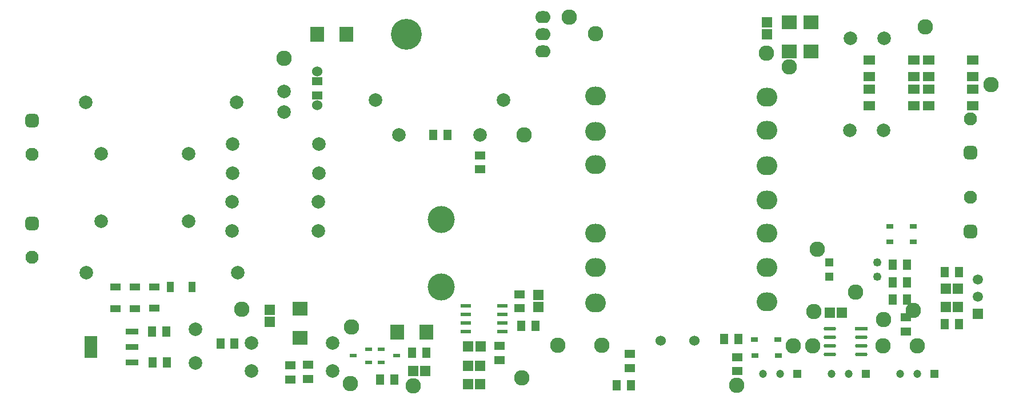
<source format=gbr>
%TF.GenerationSoftware,Altium Limited,Altium Designer,21.6.4 (81)*%
G04 Layer_Color=255*
%FSLAX43Y43*%
%MOMM*%
%TF.SameCoordinates,B74C4539-8C7F-4592-B280-35368C4CFDA8*%
%TF.FilePolarity,Positive*%
%TF.FileFunction,Pads,Bot*%
%TF.Part,Single*%
G01*
G75*
%TA.AperFunction,SMDPad,CuDef*%
%ADD14R,1.600X1.000*%
%TA.AperFunction,ComponentPad*%
%ADD26C,2.286*%
%ADD27C,2.000*%
%ADD28R,1.500X1.500*%
%ADD29C,1.500*%
%ADD30R,1.200X1.200*%
%ADD31C,1.200*%
%ADD32C,1.250*%
%ADD33R,1.250X1.250*%
%ADD34O,2.286X1.778*%
%ADD35C,4.572*%
%ADD36C,1.524*%
%ADD37O,3.048X2.794*%
%ADD38C,1.950*%
G04:AMPARAMS|DCode=39|XSize=1.95mm|YSize=1.95mm|CornerRadius=0.488mm|HoleSize=0mm|Usage=FLASHONLY|Rotation=270.000|XOffset=0mm|YOffset=0mm|HoleType=Round|Shape=RoundedRectangle|*
%AMROUNDEDRECTD39*
21,1,1.950,0.975,0,0,270.0*
21,1,0.975,1.950,0,0,270.0*
1,1,0.975,-0.488,-0.488*
1,1,0.975,-0.488,0.488*
1,1,0.975,0.488,0.488*
1,1,0.975,0.488,-0.488*
%
%ADD39ROUNDEDRECTD39*%
%ADD40C,4.000*%
%TA.AperFunction,SMDPad,CuDef*%
%ADD42R,1.800X1.450*%
%ADD43R,1.000X0.700*%
G04:AMPARAMS|DCode=44|XSize=1.874mm|YSize=0.543mm|CornerRadius=0.272mm|HoleSize=0mm|Usage=FLASHONLY|Rotation=180.000|XOffset=0mm|YOffset=0mm|HoleType=Round|Shape=RoundedRectangle|*
%AMROUNDEDRECTD44*
21,1,1.874,0.000,0,0,180.0*
21,1,1.331,0.543,0,0,180.0*
1,1,0.543,-0.665,0.000*
1,1,0.543,0.665,0.000*
1,1,0.543,0.665,0.000*
1,1,0.543,-0.665,0.000*
%
%ADD44ROUNDEDRECTD44*%
%ADD45R,1.874X0.543*%
%ADD46R,1.508X1.207*%
%ADD47R,1.500X0.600*%
%ADD48R,2.300X2.000*%
%ADD49R,1.505X1.556*%
%ADD50R,1.207X1.508*%
%ADD51R,1.556X1.505*%
%ADD52R,1.000X1.600*%
%ADD53R,2.000X2.300*%
%ADD54R,1.050X0.600*%
%ADD55R,1.900X0.950*%
%ADD56R,1.900X3.250*%
D14*
X23199Y16187D02*
D03*
Y12987D02*
D03*
X17449Y12962D02*
D03*
Y16162D02*
D03*
X20324Y12962D02*
D03*
Y16162D02*
D03*
D26*
X121412Y21725D02*
D03*
X117900Y7468D02*
D03*
X52275Y1848D02*
D03*
X120955Y12479D02*
D03*
X135650Y12700D02*
D03*
X113875Y50761D02*
D03*
X117325Y48750D02*
D03*
X120775Y7440D02*
D03*
X147175Y46150D02*
D03*
X77675Y2725D02*
D03*
X109475Y1626D02*
D03*
X82975Y7475D02*
D03*
X89500D02*
D03*
X78022Y38650D02*
D03*
X42450Y49975D02*
D03*
X52400Y10225D02*
D03*
X84700Y56125D02*
D03*
X88625Y53636D02*
D03*
X137450Y54700D02*
D03*
X61573Y1525D02*
D03*
X36215Y12837D02*
D03*
X131216Y7400D02*
D03*
X136250Y7440D02*
D03*
X127150Y15400D02*
D03*
X131260Y11300D02*
D03*
D27*
X131375Y52950D02*
D03*
X126375D02*
D03*
X49641Y3697D02*
D03*
X37641D02*
D03*
X126280Y39373D02*
D03*
X131280D02*
D03*
X29340Y9852D02*
D03*
Y4852D02*
D03*
X42450Y42024D02*
D03*
Y45124D02*
D03*
X59505Y38650D02*
D03*
X71505D02*
D03*
X15340Y25849D02*
D03*
X28340D02*
D03*
X15340Y35849D02*
D03*
X28340D02*
D03*
X34768Y24448D02*
D03*
X47568D02*
D03*
X35553Y18225D02*
D03*
X13153D02*
D03*
X47594Y33008D02*
D03*
X34794D02*
D03*
X47568Y28741D02*
D03*
X34768D02*
D03*
X34794Y37275D02*
D03*
X47594D02*
D03*
X35427Y43524D02*
D03*
X13027D02*
D03*
X74961Y43850D02*
D03*
X55961D02*
D03*
X37641Y7837D02*
D03*
X49641D02*
D03*
D28*
X145274Y12135D02*
D03*
D29*
Y14675D02*
D03*
Y17215D02*
D03*
D30*
X128655Y3292D02*
D03*
X138790Y3297D02*
D03*
X118500Y3315D02*
D03*
D31*
X126115Y3292D02*
D03*
X123575D02*
D03*
X136250Y3297D02*
D03*
X133710D02*
D03*
X115960Y3315D02*
D03*
X113420D02*
D03*
D32*
X130318Y17700D02*
D03*
Y19825D02*
D03*
D33*
X123218Y17700D02*
D03*
Y19825D02*
D03*
D34*
X80793Y56144D02*
D03*
Y53604D02*
D03*
Y51064D02*
D03*
D35*
X60600Y53604D02*
D03*
D36*
X103197Y8230D02*
D03*
X98247D02*
D03*
X47400Y48025D02*
D03*
Y43075D02*
D03*
D37*
X113975Y44298D02*
D03*
Y39345D02*
D03*
Y34138D02*
D03*
Y29058D02*
D03*
Y24105D02*
D03*
Y19025D02*
D03*
Y13945D02*
D03*
X88575Y44425D02*
D03*
Y39218D02*
D03*
Y34265D02*
D03*
Y24105D02*
D03*
Y19025D02*
D03*
Y13818D02*
D03*
D38*
X5127Y20525D02*
D03*
X144136Y41075D02*
D03*
Y29400D02*
D03*
X5068Y35825D02*
D03*
D39*
X5127Y25525D02*
D03*
X144136Y36075D02*
D03*
Y24400D02*
D03*
X5068Y40825D02*
D03*
D40*
X65725Y26150D02*
D03*
Y16150D02*
D03*
D42*
X135725Y47293D02*
D03*
X129175D02*
D03*
X135725Y49743D02*
D03*
X129175D02*
D03*
X144500Y47275D02*
D03*
X137950D02*
D03*
X144500Y49725D02*
D03*
X137950D02*
D03*
X135725Y42975D02*
D03*
X129175D02*
D03*
X135725Y45425D02*
D03*
X129175D02*
D03*
X144500Y42975D02*
D03*
X137950D02*
D03*
X144500Y45425D02*
D03*
X137950D02*
D03*
D43*
X115625Y8375D02*
D03*
X112125D02*
D03*
X132192Y22825D02*
D03*
X135692D02*
D03*
Y25153D02*
D03*
X132192D02*
D03*
X112175Y5978D02*
D03*
X115675D02*
D03*
D44*
X123309Y9980D02*
D03*
Y8710D02*
D03*
Y7440D02*
D03*
Y6170D02*
D03*
X127941D02*
D03*
Y7440D02*
D03*
Y8710D02*
D03*
D45*
Y9980D02*
D03*
D46*
X43350Y2452D02*
D03*
Y4553D02*
D03*
X93675Y4141D02*
D03*
Y6242D02*
D03*
X47400Y46651D02*
D03*
Y44549D02*
D03*
X71530Y35651D02*
D03*
Y33549D02*
D03*
X46025Y4626D02*
D03*
Y2524D02*
D03*
X134600Y11676D02*
D03*
Y9574D02*
D03*
X109550Y5767D02*
D03*
Y3666D02*
D03*
X74382Y5299D02*
D03*
Y7401D02*
D03*
X77321Y15087D02*
D03*
Y12985D02*
D03*
D47*
X74779Y13355D02*
D03*
Y12085D02*
D03*
Y10815D02*
D03*
Y9545D02*
D03*
X69379Y13355D02*
D03*
Y12085D02*
D03*
Y10815D02*
D03*
Y9545D02*
D03*
D48*
X117325Y55363D02*
D03*
Y51063D02*
D03*
X120525Y51050D02*
D03*
Y55350D02*
D03*
X44850Y12903D02*
D03*
Y8603D02*
D03*
D49*
X142252Y15875D02*
D03*
X140451D02*
D03*
X142252Y13200D02*
D03*
X140451D02*
D03*
X63375Y3697D02*
D03*
X61573D02*
D03*
X125076Y12350D02*
D03*
X123274D02*
D03*
X69706Y4475D02*
D03*
X71508D02*
D03*
X69731Y7300D02*
D03*
X71533D02*
D03*
X69706Y1725D02*
D03*
X71508D02*
D03*
D50*
X134725Y16800D02*
D03*
X132623D02*
D03*
X134725Y19450D02*
D03*
X132623D02*
D03*
X142402Y18375D02*
D03*
X140301D02*
D03*
X35112Y7751D02*
D03*
X33010D02*
D03*
X64578Y38651D02*
D03*
X66680D02*
D03*
X107624Y8475D02*
D03*
X109726D02*
D03*
X61423Y6400D02*
D03*
X63525D02*
D03*
X56674Y2425D02*
D03*
X58776D02*
D03*
X22902Y9576D02*
D03*
X25003D02*
D03*
X22974Y4976D02*
D03*
X25076D02*
D03*
X134743Y14289D02*
D03*
X132641D02*
D03*
X142402Y10675D02*
D03*
X140301D02*
D03*
X77624Y10400D02*
D03*
X79726D02*
D03*
X93801Y1600D02*
D03*
X91699D02*
D03*
D51*
X40325Y10949D02*
D03*
Y12751D02*
D03*
X113980Y55351D02*
D03*
Y53549D02*
D03*
X80096Y14952D02*
D03*
Y13150D02*
D03*
D52*
X25625Y16187D02*
D03*
X28825D02*
D03*
D53*
X59200Y9475D02*
D03*
X63500D02*
D03*
X51700Y53600D02*
D03*
X47400D02*
D03*
D54*
X56850Y5000D02*
D03*
Y6900D02*
D03*
X59150Y5950D02*
D03*
X55000Y6900D02*
D03*
Y5000D02*
D03*
X52700Y5950D02*
D03*
D55*
X19925Y9576D02*
D03*
Y7276D02*
D03*
Y4976D02*
D03*
D56*
X13825Y7276D02*
D03*
%TF.MD5,8a416e5fcb2bd68a58e1e3cec2e28988*%
M02*

</source>
